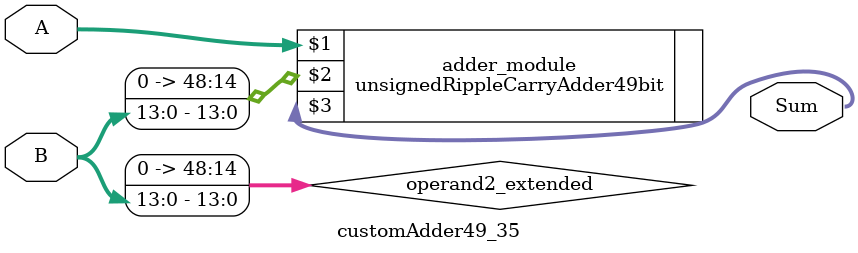
<source format=v>
module customAdder49_35(
                        input [48 : 0] A,
                        input [13 : 0] B,
                        
                        output [49 : 0] Sum
                );

        wire [48 : 0] operand2_extended;
        
        assign operand2_extended =  {35'b0, B};
        
        unsignedRippleCarryAdder49bit adder_module(
            A,
            operand2_extended,
            Sum
        );
        
        endmodule
        
</source>
